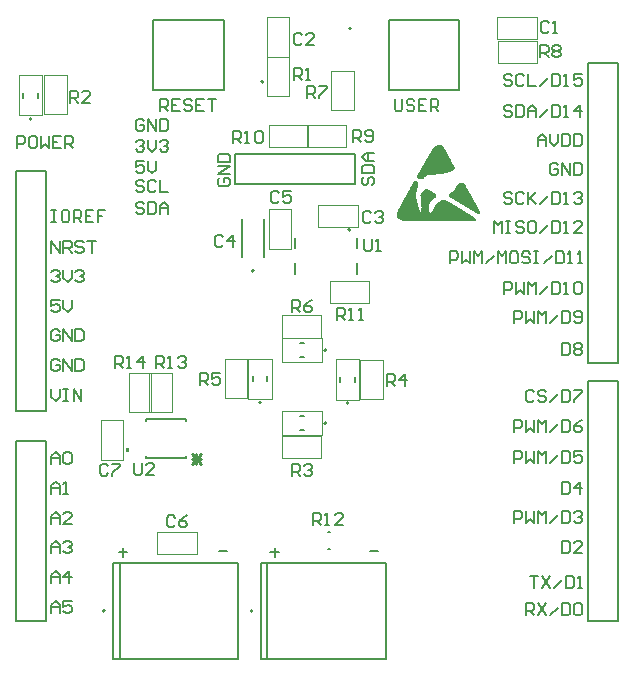
<source format=gto>
G04*
G04 #@! TF.GenerationSoftware,Altium Limited,Altium Designer,19.0.15 (446)*
G04*
G04 Layer_Color=65535*
%FSLAX23Y23*%
%MOIN*%
G70*
G01*
G75*
%ADD10C,0.008*%
%ADD11C,0.005*%
%ADD12C,0.002*%
%ADD13C,0.006*%
%ADD14C,0.010*%
G36*
X-1692Y-1229D02*
X-1682D01*
Y-1244D01*
X-1692D01*
Y-1229D01*
D02*
G37*
D10*
X-1232Y-8D02*
G03*
X-1232Y-8I-4J0D01*
G01*
X-939Y169D02*
G03*
X-939Y169I-4J0D01*
G01*
X-1264Y-638D02*
G03*
X-1264Y-638I-4J0D01*
G01*
X-942Y-502D02*
G03*
X-942Y-502I-4J0D01*
G01*
X-948Y-1080D02*
G03*
X-948Y-1080I-4J0D01*
G01*
X-1268Y-1772D02*
G03*
X-1268Y-1772I-4J0D01*
G01*
X-1760D02*
G03*
X-1760Y-1772I-4J0D01*
G01*
X-2005Y-132D02*
G03*
X-2005Y-132I-4J0D01*
G01*
X-1022Y-1147D02*
G03*
X-1022Y-1147I-4J0D01*
G01*
X-1240Y-1077D02*
G03*
X-1240Y-1077I-4J0D01*
G01*
X-1022Y-904D02*
G03*
X-1022Y-904I-4J0D01*
G01*
X-926Y-350D02*
Y-250D01*
X-1326Y-350D02*
Y-250D01*
Y-350D02*
X-926D01*
X-1326Y-250D02*
X-926D01*
X-928Y-1009D02*
Y-993D01*
X-976Y-1009D02*
Y-993D01*
X-150Y53D02*
X-50D01*
X-150Y-947D02*
X-50D01*
Y53D01*
X-150Y-947D02*
Y53D01*
X-2056Y-307D02*
X-1956D01*
X-2056Y-1107D02*
X-1956D01*
Y-307D01*
X-2056Y-1107D02*
Y-307D01*
X-150Y-1806D02*
Y-1006D01*
X-50Y-1806D02*
Y-1006D01*
X-150Y-1806D02*
X-50D01*
X-150Y-1006D02*
X-50D01*
X-1956Y-1806D02*
Y-1206D01*
X-2056Y-1806D02*
X-1956D01*
X-2056D02*
Y-1206D01*
X-1956D01*
X-2033Y-61D02*
Y-46D01*
X-1985Y-61D02*
Y-46D01*
X-1112Y-1170D02*
X-1096D01*
X-1112Y-1123D02*
X-1096D01*
X-1268Y-1006D02*
Y-990D01*
X-1220Y-1006D02*
Y-990D01*
X-1112Y-927D02*
X-1096D01*
X-1112Y-880D02*
X-1096D01*
D11*
X-647Y-221D02*
X-642D01*
X-650Y-222D02*
X-640D01*
X-652Y-223D02*
X-639D01*
X-654Y-224D02*
X-638D01*
X-656Y-225D02*
X-637D01*
X-658Y-226D02*
X-636D01*
X-660Y-227D02*
X-635D01*
X-661Y-228D02*
X-634D01*
X-662Y-229D02*
X-633D01*
X-664Y-230D02*
X-633D01*
X-664Y-231D02*
X-632D01*
X-665Y-232D02*
X-631D01*
X-666Y-233D02*
X-630D01*
X-666Y-234D02*
X-630D01*
X-667Y-235D02*
X-629D01*
X-668Y-236D02*
X-629D01*
X-668Y-237D02*
X-628D01*
X-669Y-238D02*
X-627D01*
X-669Y-239D02*
X-627D01*
X-670Y-240D02*
X-626D01*
X-670Y-241D02*
X-626D01*
X-671Y-242D02*
X-625D01*
X-672Y-243D02*
X-625D01*
X-672Y-244D02*
X-624D01*
X-673Y-245D02*
X-624D01*
X-673Y-246D02*
X-623D01*
X-674Y-247D02*
X-623D01*
X-675Y-248D02*
X-622D01*
X-675Y-249D02*
X-622D01*
X-676Y-250D02*
X-621D01*
X-676Y-251D02*
X-621D01*
X-677Y-252D02*
X-620D01*
X-677Y-253D02*
X-620D01*
X-678Y-254D02*
X-619D01*
X-679Y-255D02*
X-619D01*
X-679Y-256D02*
X-618D01*
X-680Y-257D02*
X-618D01*
X-680Y-258D02*
X-617D01*
X-681Y-259D02*
X-617D01*
X-681Y-260D02*
X-616D01*
X-682Y-261D02*
X-616D01*
X-683Y-262D02*
X-615D01*
X-683Y-263D02*
X-615D01*
X-684Y-264D02*
X-614D01*
X-684Y-265D02*
X-613D01*
X-685Y-266D02*
X-613D01*
X-686Y-267D02*
X-612D01*
X-686Y-268D02*
X-612D01*
X-687Y-269D02*
X-611D01*
X-687Y-270D02*
X-611D01*
X-688Y-271D02*
X-611D01*
X-688Y-272D02*
X-610D01*
X-689Y-273D02*
X-609D01*
X-690Y-274D02*
X-609D01*
X-690Y-275D02*
X-608D01*
X-691Y-276D02*
X-608D01*
X-691Y-277D02*
X-607D01*
X-692Y-278D02*
X-607D01*
X-693Y-279D02*
X-606D01*
X-693Y-281D02*
X-605D01*
X-694Y-282D02*
X-605D01*
X-695Y-283D02*
X-604D01*
X-695Y-284D02*
X-604D01*
X-696Y-285D02*
X-603D01*
X-697Y-286D02*
X-603D01*
X-697Y-287D02*
X-602D01*
X-698Y-288D02*
X-602D01*
X-698Y-289D02*
X-601D01*
X-699Y-290D02*
X-601D01*
X-699Y-291D02*
X-600D01*
X-700Y-292D02*
X-599D01*
X-701Y-293D02*
X-599D01*
X-701Y-294D02*
X-598D01*
X-702Y-295D02*
X-598D01*
X-702Y-296D02*
X-598D01*
X-703Y-297D02*
X-598D01*
X-704Y-298D02*
X-599D01*
X-704Y-299D02*
X-601D01*
X-705Y-300D02*
X-602D01*
X-705Y-301D02*
X-604D01*
X-706Y-302D02*
X-605D01*
X-706Y-303D02*
X-608D01*
X-707Y-304D02*
X-610D01*
X-708Y-305D02*
X-612D01*
X-708Y-306D02*
X-616D01*
X-708Y-307D02*
X-619D01*
X-709Y-308D02*
X-621D01*
X-710Y-309D02*
X-624D01*
X-711Y-310D02*
X-630D01*
X-711Y-311D02*
X-633D01*
X-712Y-312D02*
X-637D01*
X-712Y-313D02*
X-646D01*
X-713Y-314D02*
X-654D01*
X-713Y-315D02*
X-659D01*
X-714Y-316D02*
X-667D01*
X-715Y-317D02*
X-690D01*
X-715Y-318D02*
X-691D01*
X-716Y-319D02*
X-692D01*
X-716Y-320D02*
X-694D01*
X-717Y-321D02*
X-695D01*
X-718Y-322D02*
X-696D01*
X-718Y-323D02*
X-697D01*
X-718Y-324D02*
X-698D01*
X-718Y-325D02*
X-699D01*
X-718Y-326D02*
X-700D01*
X-716Y-327D02*
X-701D01*
X-713Y-328D02*
X-702D01*
X-711Y-329D02*
X-703D01*
X-708Y-330D02*
X-705D01*
X-728Y-343D02*
X-723D01*
X-729Y-344D02*
X-722D01*
X-730Y-345D02*
X-721D01*
X-731Y-346D02*
X-721D01*
X-732Y-347D02*
X-720D01*
X-576Y-348D02*
X-567D01*
X-732D02*
X-720D01*
X-579Y-349D02*
X-565D01*
X-732D02*
X-720D01*
X-580Y-350D02*
X-564D01*
X-733D02*
X-720D01*
X-581Y-351D02*
X-563D01*
X-733D02*
X-720D01*
X-582Y-352D02*
X-563D01*
X-734D02*
X-720D01*
X-582Y-353D02*
X-562D01*
X-735D02*
X-721D01*
X-583Y-354D02*
X-562D01*
X-735D02*
X-721D01*
X-584Y-355D02*
X-561D01*
X-736D02*
X-721D01*
X-585Y-356D02*
X-561D01*
X-736D02*
X-721D01*
X-586Y-357D02*
X-560D01*
X-737D02*
X-722D01*
X-586Y-358D02*
X-559D01*
X-737D02*
X-722D01*
X-587Y-359D02*
X-559D01*
X-738D02*
X-722D01*
X-587Y-360D02*
X-559D01*
X-739D02*
X-723D01*
X-588Y-361D02*
X-558D01*
X-739D02*
X-723D01*
X-589Y-362D02*
X-557D01*
X-740D02*
X-723D01*
X-589Y-363D02*
X-557D01*
X-740D02*
X-724D01*
X-590Y-364D02*
X-556D01*
X-740D02*
X-724D01*
X-590Y-365D02*
X-556D01*
X-741D02*
X-724D01*
X-591Y-366D02*
X-555D01*
X-742D02*
X-724D01*
X-592Y-367D02*
X-555D01*
X-742D02*
X-724D01*
X-592Y-368D02*
X-554D01*
X-693D02*
X-686D01*
X-743D02*
X-724D01*
X-593Y-369D02*
X-553D01*
X-694D02*
X-684D01*
X-743D02*
X-725D01*
X-594Y-370D02*
X-553D01*
X-695D02*
X-683D01*
X-744D02*
X-725D01*
X-594Y-371D02*
X-552D01*
X-696D02*
X-681D01*
X-744D02*
X-725D01*
X-596Y-372D02*
X-552D01*
X-697D02*
X-680D01*
X-745D02*
X-725D01*
X-596Y-373D02*
X-551D01*
X-697D02*
X-678D01*
X-746D02*
X-725D01*
X-597Y-374D02*
X-551D01*
X-698D02*
X-677D01*
X-746D02*
X-725D01*
X-598Y-375D02*
X-550D01*
X-699D02*
X-676D01*
X-747D02*
X-726D01*
X-600Y-376D02*
X-549D01*
X-700D02*
X-673D01*
X-747D02*
X-726D01*
X-601Y-377D02*
X-549D01*
X-701D02*
X-671D01*
X-748D02*
X-726D01*
X-602Y-378D02*
X-549D01*
X-702D02*
X-670D01*
X-749D02*
X-727D01*
X-604Y-379D02*
X-548D01*
X-703D02*
X-669D01*
X-749D02*
X-727D01*
X-606Y-380D02*
X-548D01*
X-704D02*
X-667D01*
X-750D02*
X-727D01*
X-607Y-381D02*
X-547D01*
X-704D02*
X-665D01*
X-750D02*
X-727D01*
X-608Y-382D02*
X-546D01*
X-705D02*
X-664D01*
X-750D02*
X-728D01*
X-610Y-383D02*
X-546D01*
X-705D02*
X-662D01*
X-751D02*
X-728D01*
X-611Y-384D02*
X-545D01*
X-705D02*
X-660D01*
X-752D02*
X-728D01*
X-612Y-385D02*
X-545D01*
X-706D02*
X-659D01*
X-753D02*
X-728D01*
X-612Y-386D02*
X-544D01*
X-706D02*
X-659D01*
X-753D02*
X-728D01*
X-611Y-387D02*
X-544D01*
X-705D02*
X-659D01*
X-753D02*
X-728D01*
X-610Y-388D02*
X-543D01*
X-705D02*
X-659D01*
X-754D02*
X-728D01*
X-609Y-389D02*
X-542D01*
X-704D02*
X-659D01*
X-754D02*
X-727D01*
X-608Y-390D02*
X-542D01*
X-704D02*
X-660D01*
X-755D02*
X-727D01*
X-606Y-391D02*
X-541D01*
X-704D02*
X-661D01*
X-756D02*
X-727D01*
X-604Y-392D02*
X-541D01*
X-704D02*
X-663D01*
X-756D02*
X-727D01*
X-602Y-393D02*
X-541D01*
X-704D02*
X-664D01*
X-757D02*
X-727D01*
X-601Y-394D02*
X-540D01*
X-704D02*
X-665D01*
X-757D02*
X-726D01*
X-600Y-395D02*
X-539D01*
X-704D02*
X-666D01*
X-758D02*
X-726D01*
X-598Y-396D02*
X-538D01*
X-704D02*
X-667D01*
X-758D02*
X-726D01*
X-597Y-397D02*
X-538D01*
X-704D02*
X-668D01*
X-759D02*
X-726D01*
X-595Y-398D02*
X-538D01*
X-704D02*
X-669D01*
X-760D02*
X-725D01*
X-593Y-399D02*
X-537D01*
X-705D02*
X-671D01*
X-760D02*
X-725D01*
X-591Y-400D02*
X-537D01*
X-705D02*
X-672D01*
X-761D02*
X-725D01*
X-590Y-401D02*
X-536D01*
X-705D02*
X-673D01*
X-761D02*
X-724D01*
X-588Y-402D02*
X-535D01*
X-705D02*
X-674D01*
X-761D02*
X-724D01*
X-586Y-403D02*
X-535D01*
X-705D02*
X-674D01*
X-762D02*
X-724D01*
X-585Y-404D02*
X-534D01*
X-705D02*
X-675D01*
X-763D02*
X-724D01*
X-583Y-405D02*
X-534D01*
X-637D02*
X-626D01*
X-705D02*
X-676D01*
X-763D02*
X-724D01*
X-581Y-406D02*
X-533D01*
X-639D02*
X-624D01*
X-705D02*
X-677D01*
X-764D02*
X-724D01*
X-579Y-407D02*
X-533D01*
X-640D02*
X-623D01*
X-705D02*
X-678D01*
X-764D02*
X-723D01*
X-578Y-408D02*
X-532D01*
X-643D02*
X-620D01*
X-705D02*
X-679D01*
X-765D02*
X-723D01*
X-576Y-409D02*
X-531D01*
X-644D02*
X-618D01*
X-705D02*
X-680D01*
X-765D02*
X-723D01*
X-575Y-410D02*
X-531D01*
X-645D02*
X-617D01*
X-704D02*
X-680D01*
X-766D02*
X-723D01*
X-573Y-411D02*
X-530D01*
X-647D02*
X-615D01*
X-704D02*
X-681D01*
X-767D02*
X-722D01*
X-572Y-412D02*
X-530D01*
X-648D02*
X-612D01*
X-704D02*
X-681D01*
X-767D02*
X-722D01*
X-569Y-413D02*
X-529D01*
X-649D02*
X-611D01*
X-704D02*
X-682D01*
X-768D02*
X-721D01*
X-567Y-414D02*
X-528D01*
X-650D02*
X-609D01*
X-704D02*
X-683D01*
X-768D02*
X-721D01*
X-566Y-415D02*
X-528D01*
X-651D02*
X-608D01*
X-704D02*
X-683D01*
X-769D02*
X-721D01*
X-565Y-416D02*
X-527D01*
X-652D02*
X-606D01*
X-704D02*
X-684D01*
X-769D02*
X-721D01*
X-563Y-417D02*
X-527D01*
X-653D02*
X-605D01*
X-704D02*
X-684D01*
X-770D02*
X-720D01*
X-561Y-418D02*
X-527D01*
X-654D02*
X-603D01*
X-703D02*
X-684D01*
X-771D02*
X-720D01*
X-560Y-419D02*
X-526D01*
X-655D02*
X-601D01*
X-703D02*
X-685D01*
X-771D02*
X-720D01*
X-558Y-420D02*
X-525D01*
X-656D02*
X-599D01*
X-703D02*
X-685D01*
X-771D02*
X-720D01*
X-556Y-421D02*
X-525D01*
X-657D02*
X-598D01*
X-703D02*
X-685D01*
X-772D02*
X-720D01*
X-555Y-422D02*
X-524D01*
X-657D02*
X-597D01*
X-703D02*
X-685D01*
X-772D02*
X-719D01*
X-553Y-423D02*
X-524D01*
X-658D02*
X-594D01*
X-702D02*
X-685D01*
X-773D02*
X-719D01*
X-551Y-424D02*
X-523D01*
X-658D02*
X-593D01*
X-702D02*
X-685D01*
X-774D02*
X-719D01*
X-550Y-425D02*
X-523D01*
X-659D02*
X-592D01*
X-702D02*
X-685D01*
X-775D02*
X-718D01*
X-548Y-426D02*
X-522D01*
X-659D02*
X-590D01*
X-702D02*
X-685D01*
X-775D02*
X-718D01*
X-547Y-427D02*
X-521D01*
X-660D02*
X-588D01*
X-702D02*
X-685D01*
X-775D02*
X-718D01*
X-544Y-428D02*
X-521D01*
X-661D02*
X-587D01*
X-702D02*
X-685D01*
X-776D02*
X-717D01*
X-543Y-429D02*
X-520D01*
X-661D02*
X-585D01*
X-702D02*
X-685D01*
X-776D02*
X-717D01*
X-541Y-430D02*
X-520D01*
X-662D02*
X-583D01*
X-703D02*
X-685D01*
X-777D02*
X-717D01*
X-540Y-431D02*
X-519D01*
X-662D02*
X-582D01*
X-703D02*
X-684D01*
X-778D02*
X-717D01*
X-538Y-432D02*
X-519D01*
X-663D02*
X-581D01*
X-703D02*
X-684D01*
X-778D02*
X-716D01*
X-537Y-433D02*
X-518D01*
X-663D02*
X-579D01*
X-703D02*
X-684D01*
X-779D02*
X-716D01*
X-535Y-434D02*
X-517D01*
X-664D02*
X-577D01*
X-703D02*
X-684D01*
X-779D02*
X-716D01*
X-533Y-435D02*
X-517D01*
X-664D02*
X-576D01*
X-703D02*
X-684D01*
X-780D02*
X-715D01*
X-531Y-436D02*
X-516D01*
X-664D02*
X-573D01*
X-703D02*
X-684D01*
X-780D02*
X-715D01*
X-530Y-437D02*
X-516D01*
X-665D02*
X-572D01*
X-703D02*
X-684D01*
X-781D02*
X-714D01*
X-528Y-438D02*
X-516D01*
X-665D02*
X-571D01*
X-703D02*
X-683D01*
X-782D02*
X-714D01*
X-526Y-439D02*
X-515D01*
X-666D02*
X-569D01*
X-703D02*
X-683D01*
X-782D02*
X-714D01*
X-525Y-440D02*
X-514D01*
X-666D02*
X-567D01*
X-703D02*
X-683D01*
X-782D02*
X-714D01*
X-523Y-441D02*
X-513D01*
X-667D02*
X-565D01*
X-704D02*
X-682D01*
X-783D02*
X-713D01*
X-521Y-442D02*
X-513D01*
X-668D02*
X-564D01*
X-704D02*
X-682D01*
X-783D02*
X-713D01*
X-520Y-443D02*
X-513D01*
X-668D02*
X-562D01*
X-704D02*
X-682D01*
X-784D02*
X-713D01*
X-519Y-444D02*
X-513D01*
X-669D02*
X-561D01*
X-704D02*
X-681D01*
X-784D02*
X-713D01*
X-516Y-445D02*
X-515D01*
X-669D02*
X-559D01*
X-705D02*
X-681D01*
X-784D02*
X-712D01*
X-670Y-446D02*
X-558D01*
X-705D02*
X-680D01*
X-784D02*
X-711D01*
X-671Y-447D02*
X-556D01*
X-784D02*
X-679D01*
X-672Y-448D02*
X-554D01*
X-784D02*
X-676D01*
X-784Y-449D02*
X-553D01*
X-784Y-450D02*
X-551D01*
X-784Y-451D02*
X-549D01*
X-784Y-452D02*
X-548D01*
X-784Y-453D02*
X-547D01*
X-784Y-454D02*
X-544D01*
X-784Y-455D02*
X-543D01*
X-784Y-456D02*
X-541D01*
X-783Y-457D02*
X-540D01*
X-783Y-458D02*
X-538D01*
X-782Y-459D02*
X-536D01*
X-782Y-460D02*
X-535D01*
X-781Y-461D02*
X-534D01*
X-780Y-462D02*
X-531D01*
X-777Y-463D02*
X-530D01*
X-776Y-464D02*
X-529D01*
X-774Y-465D02*
X-528D01*
X-771Y-466D02*
X-527D01*
X-768Y-467D02*
X-527D01*
X-766Y-468D02*
X-527D01*
X-693Y-280D02*
X-606D01*
X-1364Y-37D02*
Y199D01*
X-1600D02*
X-1364D01*
X-1600Y-37D02*
Y199D01*
Y-37D02*
X-1364D01*
X-815D02*
Y199D01*
Y-37D02*
X-579D01*
Y199D01*
X-815D02*
X-579D01*
X-1305Y-591D02*
Y-465D01*
X-1231Y-591D02*
Y-465D01*
X-1128Y-648D02*
Y-614D01*
Y-564D02*
Y-530D01*
X-921Y-648D02*
Y-614D01*
Y-564D02*
Y-530D01*
X-1242Y-1933D02*
X-1219D01*
X-1242Y-1611D02*
X-1219D01*
X-1242Y-1933D02*
Y-1611D01*
X-1219Y-1933D02*
Y-1611D01*
Y-1933D02*
X-825D01*
Y-1611D01*
X-1219D02*
X-825D01*
X-1734Y-1933D02*
X-1711D01*
X-1734Y-1611D02*
X-1711D01*
X-1734Y-1933D02*
Y-1611D01*
X-1711Y-1933D02*
Y-1611D01*
Y-1933D02*
X-1317D01*
Y-1611D01*
X-1711D02*
X-1317D01*
X-1017Y-1508D02*
X-1009D01*
X-1017Y-1565D02*
X-1009D01*
D12*
X-1007Y-103D02*
X-932D01*
X-1007D02*
Y27D01*
X-932D01*
Y-103D02*
Y27D01*
X-1222Y-56D02*
X-1147D01*
X-1222D02*
Y74D01*
X-1147D01*
Y-56D02*
Y74D01*
X-1222Y74D02*
Y207D01*
X-1147Y74D02*
Y207D01*
X-1222D02*
X-1147D01*
X-1222Y74D02*
X-1147D01*
X-1963Y-116D02*
X-1888D01*
X-1963D02*
Y14D01*
X-1888D01*
Y-116D02*
Y14D01*
X-321Y53D02*
Y128D01*
X-451Y53D02*
X-321D01*
X-451D02*
Y128D01*
X-321D01*
X-455Y209D02*
X-321D01*
X-455Y134D02*
X-321D01*
Y209D01*
X-455Y134D02*
Y209D01*
X-1215Y-227D02*
Y-153D01*
X-1085D01*
Y-227D02*
Y-153D01*
X-1215Y-227D02*
X-1085D01*
X-1087D02*
Y-153D01*
X-957D01*
Y-227D02*
Y-153D01*
X-1087Y-227D02*
X-957D01*
X-1050Y-419D02*
X-916D01*
X-1050Y-494D02*
X-916D01*
Y-419D01*
X-1050Y-494D02*
Y-419D01*
X-1140Y-565D02*
Y-431D01*
X-1215Y-565D02*
Y-431D01*
Y-565D02*
X-1140D01*
X-1215Y-431D02*
X-1140D01*
X-1012Y-746D02*
Y-671D01*
X-882D01*
Y-746D02*
Y-671D01*
X-1012Y-746D02*
X-882D01*
X-1361Y-1061D02*
X-1286D01*
X-1361D02*
Y-931D01*
X-1286D01*
Y-1061D02*
Y-931D01*
X-1041Y-861D02*
Y-786D01*
X-1171Y-861D02*
X-1041D01*
X-1171D02*
Y-786D01*
X-1041D01*
X-909Y-1065D02*
X-835D01*
X-909D02*
Y-935D01*
X-835D01*
Y-1065D02*
Y-935D01*
X-913Y-1068D02*
Y-934D01*
X-991Y-1068D02*
Y-934D01*
X-913D01*
X-991Y-1068D02*
X-913D01*
X-1040Y-1264D02*
Y-1189D01*
X-1170Y-1264D02*
X-1040D01*
X-1170D02*
Y-1189D01*
X-1040D01*
X-1681Y-979D02*
X-1606D01*
Y-1109D02*
Y-979D01*
X-1681Y-1109D02*
X-1606D01*
X-1681D02*
Y-979D01*
X-1613D02*
X-1538D01*
Y-1109D02*
Y-979D01*
X-1613Y-1109D02*
X-1538D01*
X-1613D02*
Y-979D01*
X-1699Y-1269D02*
Y-1135D01*
X-1774Y-1269D02*
Y-1135D01*
Y-1269D02*
X-1699D01*
X-1774Y-1135D02*
X-1699D01*
X-1587Y-1583D02*
X-1453D01*
X-1587Y-1508D02*
X-1453D01*
X-1587Y-1583D02*
Y-1508D01*
X-1453Y-1583D02*
Y-1508D01*
X-2048Y-120D02*
X-1970D01*
X-2048Y14D02*
X-1970D01*
X-2048Y-120D02*
Y14D01*
X-1970Y-120D02*
Y14D01*
X-1037Y-1186D02*
Y-1107D01*
X-1171Y-1186D02*
Y-1107D01*
Y-1186D02*
X-1037D01*
X-1171Y-1107D02*
X-1037D01*
X-1283Y-1065D02*
X-1205D01*
X-1283Y-931D02*
X-1205D01*
X-1283Y-1065D02*
Y-931D01*
X-1205Y-1065D02*
Y-931D01*
X-1037Y-943D02*
Y-864D01*
X-1171Y-943D02*
Y-864D01*
Y-943D02*
X-1037D01*
X-1171Y-864D02*
X-1037D01*
D13*
X-1492Y-1263D02*
Y-1255D01*
X-1624Y-1263D02*
X-1492D01*
X-1624Y-1139D02*
Y-1131D01*
X-1492D01*
Y-1139D02*
Y-1131D01*
X-1624Y-1263D02*
Y-1255D01*
X-357Y-1787D02*
Y-1747D01*
X-337D01*
X-331Y-1754D01*
Y-1767D01*
X-337Y-1774D01*
X-357D01*
X-344D02*
X-331Y-1787D01*
X-317Y-1747D02*
X-291Y-1787D01*
Y-1747D02*
X-317Y-1787D01*
X-277D02*
X-251Y-1761D01*
X-237Y-1747D02*
Y-1787D01*
X-217D01*
X-211Y-1781D01*
Y-1754D01*
X-217Y-1747D01*
X-237D01*
X-197Y-1754D02*
X-191Y-1747D01*
X-177D01*
X-171Y-1754D01*
Y-1781D01*
X-177Y-1787D01*
X-191D01*
X-197Y-1781D01*
Y-1754D01*
X-1629Y-344D02*
X-1636Y-337D01*
X-1649D01*
X-1656Y-344D01*
Y-350D01*
X-1649Y-357D01*
X-1636D01*
X-1629Y-364D01*
Y-370D01*
X-1636Y-377D01*
X-1649D01*
X-1656Y-370D01*
X-1589Y-344D02*
X-1596Y-337D01*
X-1609D01*
X-1616Y-344D01*
Y-370D01*
X-1609Y-377D01*
X-1596D01*
X-1589Y-370D01*
X-1576Y-337D02*
Y-377D01*
X-1550D01*
X-1629Y-416D02*
X-1636Y-410D01*
X-1649D01*
X-1656Y-416D01*
Y-423D01*
X-1649Y-430D01*
X-1636D01*
X-1629Y-436D01*
Y-443D01*
X-1636Y-450D01*
X-1649D01*
X-1656Y-443D01*
X-1616Y-410D02*
Y-450D01*
X-1596D01*
X-1589Y-443D01*
Y-416D01*
X-1596Y-410D01*
X-1616D01*
X-1576Y-450D02*
Y-423D01*
X-1563Y-410D01*
X-1550Y-423D01*
Y-450D01*
Y-430D01*
X-1576D01*
X-1629Y-274D02*
X-1656D01*
Y-294D01*
X-1643Y-287D01*
X-1636D01*
X-1629Y-294D01*
Y-307D01*
X-1636Y-314D01*
X-1649D01*
X-1656Y-307D01*
X-1616Y-274D02*
Y-301D01*
X-1603Y-314D01*
X-1589Y-301D01*
Y-274D01*
X-1656Y-208D02*
X-1649Y-201D01*
X-1636D01*
X-1629Y-208D01*
Y-214D01*
X-1636Y-221D01*
X-1643D01*
X-1636D01*
X-1629Y-228D01*
Y-234D01*
X-1636Y-241D01*
X-1649D01*
X-1656Y-234D01*
X-1616Y-201D02*
Y-228D01*
X-1603Y-241D01*
X-1589Y-228D01*
Y-201D01*
X-1576Y-208D02*
X-1569Y-201D01*
X-1556D01*
X-1550Y-208D01*
Y-214D01*
X-1556Y-221D01*
X-1563D01*
X-1556D01*
X-1550Y-228D01*
Y-234D01*
X-1556Y-241D01*
X-1569D01*
X-1576Y-234D01*
X-1629Y-139D02*
X-1636Y-132D01*
X-1649D01*
X-1656Y-139D01*
Y-166D01*
X-1649Y-172D01*
X-1636D01*
X-1629Y-166D01*
Y-152D01*
X-1643D01*
X-1616Y-172D02*
Y-132D01*
X-1589Y-172D01*
Y-132D01*
X-1576D02*
Y-172D01*
X-1556D01*
X-1550Y-166D01*
Y-139D01*
X-1556Y-132D01*
X-1576D01*
X-1382Y-1573D02*
X-1355D01*
X-1715Y-1577D02*
X-1688D01*
X-1701Y-1564D02*
Y-1591D01*
X-877Y-1573D02*
X-850D01*
X-1209Y-1577D02*
X-1182D01*
X-1195Y-1564D02*
Y-1591D01*
X-1379Y-329D02*
X-1385Y-335D01*
Y-349D01*
X-1379Y-355D01*
X-1352D01*
X-1345Y-349D01*
Y-335D01*
X-1352Y-329D01*
X-1365D01*
Y-342D01*
X-1345Y-315D02*
X-1385D01*
X-1345Y-289D01*
X-1385D01*
Y-275D02*
X-1345D01*
Y-255D01*
X-1352Y-249D01*
X-1379D01*
X-1385Y-255D01*
Y-275D01*
X-897Y-327D02*
X-903Y-333D01*
Y-347D01*
X-897Y-353D01*
X-890D01*
X-883Y-347D01*
Y-333D01*
X-877Y-327D01*
X-870D01*
X-863Y-333D01*
Y-347D01*
X-870Y-353D01*
X-903Y-313D02*
X-863D01*
Y-293D01*
X-870Y-287D01*
X-897D01*
X-903Y-293D01*
Y-313D01*
X-863Y-273D02*
X-890D01*
X-903Y-260D01*
X-890Y-247D01*
X-863D01*
X-883D01*
Y-273D01*
X-795Y-67D02*
Y-100D01*
X-789Y-106D01*
X-775D01*
X-769Y-100D01*
Y-67D01*
X-729Y-73D02*
X-735Y-67D01*
X-749D01*
X-755Y-73D01*
Y-80D01*
X-749Y-87D01*
X-735D01*
X-729Y-93D01*
Y-100D01*
X-735Y-106D01*
X-749D01*
X-755Y-100D01*
X-689Y-67D02*
X-715D01*
Y-106D01*
X-689D01*
X-715Y-87D02*
X-702D01*
X-675Y-106D02*
Y-67D01*
X-655D01*
X-649Y-73D01*
Y-87D01*
X-655Y-93D01*
X-675D01*
X-662D02*
X-649Y-106D01*
X-1577D02*
Y-67D01*
X-1557D01*
X-1550Y-73D01*
Y-87D01*
X-1557Y-93D01*
X-1577D01*
X-1563D02*
X-1550Y-106D01*
X-1510Y-67D02*
X-1537D01*
Y-106D01*
X-1510D01*
X-1537Y-87D02*
X-1523D01*
X-1470Y-73D02*
X-1477Y-67D01*
X-1490D01*
X-1497Y-73D01*
Y-80D01*
X-1490Y-87D01*
X-1477D01*
X-1470Y-93D01*
Y-100D01*
X-1477Y-106D01*
X-1490D01*
X-1497Y-100D01*
X-1430Y-67D02*
X-1457D01*
Y-106D01*
X-1430D01*
X-1457Y-87D02*
X-1443D01*
X-1417Y-67D02*
X-1390D01*
X-1403D01*
Y-106D01*
X-2054Y-230D02*
Y-190D01*
X-2034D01*
X-2027Y-197D01*
Y-210D01*
X-2034Y-217D01*
X-2054D01*
X-1994Y-190D02*
X-2007D01*
X-2014Y-197D01*
Y-224D01*
X-2007Y-230D01*
X-1994D01*
X-1987Y-224D01*
Y-197D01*
X-1994Y-190D01*
X-1974D02*
Y-230D01*
X-1961Y-217D01*
X-1948Y-230D01*
Y-190D01*
X-1908D02*
X-1934D01*
Y-230D01*
X-1908D01*
X-1934Y-210D02*
X-1921D01*
X-1894Y-230D02*
Y-190D01*
X-1874D01*
X-1868Y-197D01*
Y-210D01*
X-1874Y-217D01*
X-1894D01*
X-1881D02*
X-1868Y-230D01*
X-404Y12D02*
X-411Y18D01*
X-424D01*
X-430Y12D01*
Y5D01*
X-424Y-2D01*
X-411D01*
X-404Y-8D01*
Y-15D01*
X-411Y-22D01*
X-424D01*
X-430Y-15D01*
X-364Y12D02*
X-371Y18D01*
X-384D01*
X-391Y12D01*
Y-15D01*
X-384Y-22D01*
X-371D01*
X-364Y-15D01*
X-351Y18D02*
Y-22D01*
X-324D01*
X-311D02*
X-284Y5D01*
X-271Y18D02*
Y-22D01*
X-251D01*
X-244Y-15D01*
Y12D01*
X-251Y18D01*
X-271D01*
X-231Y-22D02*
X-217D01*
X-224D01*
Y18D01*
X-231Y12D01*
X-171Y18D02*
X-197D01*
Y-2D01*
X-184Y5D01*
X-177D01*
X-171Y-2D01*
Y-15D01*
X-177Y-22D01*
X-191D01*
X-197Y-15D01*
X-404Y-93D02*
X-411Y-86D01*
X-424D01*
X-430Y-93D01*
Y-99D01*
X-424Y-106D01*
X-411D01*
X-404Y-113D01*
Y-119D01*
X-411Y-126D01*
X-424D01*
X-430Y-119D01*
X-391Y-86D02*
Y-126D01*
X-371D01*
X-364Y-119D01*
Y-93D01*
X-371Y-86D01*
X-391D01*
X-351Y-126D02*
Y-99D01*
X-337Y-86D01*
X-324Y-99D01*
Y-126D01*
Y-106D01*
X-351D01*
X-311Y-126D02*
X-284Y-99D01*
X-271Y-86D02*
Y-126D01*
X-251D01*
X-244Y-119D01*
Y-93D01*
X-251Y-86D01*
X-271D01*
X-231Y-126D02*
X-217D01*
X-224D01*
Y-86D01*
X-231Y-93D01*
X-177Y-126D02*
Y-86D01*
X-197Y-106D01*
X-171D01*
X-317Y-223D02*
Y-197D01*
X-304Y-183D01*
X-291Y-197D01*
Y-223D01*
Y-203D01*
X-317D01*
X-277Y-183D02*
Y-210D01*
X-264Y-223D01*
X-251Y-210D01*
Y-183D01*
X-237D02*
Y-223D01*
X-217D01*
X-211Y-217D01*
Y-190D01*
X-217Y-183D01*
X-237D01*
X-197D02*
Y-223D01*
X-177D01*
X-171Y-217D01*
Y-190D01*
X-177Y-183D01*
X-197D01*
X-251Y-286D02*
X-257Y-279D01*
X-271D01*
X-277Y-286D01*
Y-312D01*
X-271Y-319D01*
X-257D01*
X-251Y-312D01*
Y-299D01*
X-264D01*
X-237Y-319D02*
Y-279D01*
X-211Y-319D01*
Y-279D01*
X-197D02*
Y-319D01*
X-177D01*
X-171Y-312D01*
Y-286D01*
X-177Y-279D01*
X-197D01*
X-404Y-382D02*
X-411Y-375D01*
X-424D01*
X-430Y-382D01*
Y-389D01*
X-424Y-395D01*
X-411D01*
X-404Y-402D01*
Y-409D01*
X-411Y-415D01*
X-424D01*
X-430Y-409D01*
X-364Y-382D02*
X-371Y-375D01*
X-384D01*
X-391Y-382D01*
Y-409D01*
X-384Y-415D01*
X-371D01*
X-364Y-409D01*
X-351Y-375D02*
Y-415D01*
Y-402D01*
X-324Y-375D01*
X-344Y-395D01*
X-324Y-415D01*
X-311D02*
X-284Y-389D01*
X-271Y-375D02*
Y-415D01*
X-251D01*
X-244Y-409D01*
Y-382D01*
X-251Y-375D01*
X-271D01*
X-231Y-415D02*
X-217D01*
X-224D01*
Y-375D01*
X-231Y-382D01*
X-197D02*
X-191Y-375D01*
X-177D01*
X-171Y-382D01*
Y-389D01*
X-177Y-395D01*
X-184D01*
X-177D01*
X-171Y-402D01*
Y-409D01*
X-177Y-415D01*
X-191D01*
X-197Y-409D01*
X-464Y-512D02*
Y-472D01*
X-450Y-485D01*
X-437Y-472D01*
Y-512D01*
X-424Y-472D02*
X-411D01*
X-417D01*
Y-512D01*
X-424D01*
X-411D01*
X-364Y-478D02*
X-371Y-472D01*
X-384D01*
X-391Y-478D01*
Y-485D01*
X-384Y-492D01*
X-371D01*
X-364Y-498D01*
Y-505D01*
X-371Y-512D01*
X-384D01*
X-391Y-505D01*
X-331Y-472D02*
X-344D01*
X-351Y-478D01*
Y-505D01*
X-344Y-512D01*
X-331D01*
X-324Y-505D01*
Y-478D01*
X-331Y-472D01*
X-311Y-512D02*
X-284Y-485D01*
X-271Y-472D02*
Y-512D01*
X-251D01*
X-244Y-505D01*
Y-478D01*
X-251Y-472D01*
X-271D01*
X-231Y-512D02*
X-217D01*
X-224D01*
Y-472D01*
X-231Y-478D01*
X-171Y-512D02*
X-197D01*
X-171Y-485D01*
Y-478D01*
X-177Y-472D01*
X-191D01*
X-197Y-478D01*
X-610Y-614D02*
Y-574D01*
X-590D01*
X-584Y-581D01*
Y-594D01*
X-590Y-601D01*
X-610D01*
X-570Y-574D02*
Y-614D01*
X-557Y-601D01*
X-544Y-614D01*
Y-574D01*
X-530Y-614D02*
Y-574D01*
X-517Y-588D01*
X-504Y-574D01*
Y-614D01*
X-490D02*
X-464Y-588D01*
X-450Y-614D02*
Y-574D01*
X-437Y-588D01*
X-424Y-574D01*
Y-614D01*
X-391Y-574D02*
X-404D01*
X-411Y-581D01*
Y-608D01*
X-404Y-614D01*
X-391D01*
X-384Y-608D01*
Y-581D01*
X-391Y-574D01*
X-344Y-581D02*
X-351Y-574D01*
X-364D01*
X-371Y-581D01*
Y-588D01*
X-364Y-594D01*
X-351D01*
X-344Y-601D01*
Y-608D01*
X-351Y-614D01*
X-364D01*
X-371Y-608D01*
X-331Y-574D02*
X-317D01*
X-324D01*
Y-614D01*
X-331D01*
X-317D01*
X-297D02*
X-271Y-588D01*
X-257Y-574D02*
Y-614D01*
X-237D01*
X-231Y-608D01*
Y-581D01*
X-237Y-574D01*
X-257D01*
X-217Y-614D02*
X-204D01*
X-211D01*
Y-574D01*
X-217Y-581D01*
X-184Y-614D02*
X-171D01*
X-177D01*
Y-574D01*
X-184Y-581D01*
X-430Y-715D02*
Y-675D01*
X-411D01*
X-404Y-681D01*
Y-695D01*
X-411Y-701D01*
X-430D01*
X-391Y-675D02*
Y-715D01*
X-377Y-701D01*
X-364Y-715D01*
Y-675D01*
X-351Y-715D02*
Y-675D01*
X-337Y-688D01*
X-324Y-675D01*
Y-715D01*
X-311D02*
X-284Y-688D01*
X-271Y-675D02*
Y-715D01*
X-251D01*
X-244Y-708D01*
Y-681D01*
X-251Y-675D01*
X-271D01*
X-231Y-715D02*
X-217D01*
X-224D01*
Y-675D01*
X-231Y-681D01*
X-197D02*
X-191Y-675D01*
X-177D01*
X-171Y-681D01*
Y-708D01*
X-177Y-715D01*
X-191D01*
X-197Y-708D01*
Y-681D01*
X-397Y-812D02*
Y-772D01*
X-377D01*
X-371Y-779D01*
Y-792D01*
X-377Y-799D01*
X-397D01*
X-357Y-772D02*
Y-812D01*
X-344Y-799D01*
X-331Y-812D01*
Y-772D01*
X-317Y-812D02*
Y-772D01*
X-304Y-785D01*
X-291Y-772D01*
Y-812D01*
X-277D02*
X-251Y-785D01*
X-237Y-772D02*
Y-812D01*
X-217D01*
X-211Y-805D01*
Y-779D01*
X-217Y-772D01*
X-237D01*
X-197Y-805D02*
X-191Y-812D01*
X-177D01*
X-171Y-805D01*
Y-779D01*
X-177Y-772D01*
X-191D01*
X-197Y-779D01*
Y-785D01*
X-191Y-792D01*
X-171D01*
X-237Y-878D02*
Y-918D01*
X-217D01*
X-211Y-912D01*
Y-885D01*
X-217Y-878D01*
X-237D01*
X-197Y-885D02*
X-191Y-878D01*
X-177D01*
X-171Y-885D01*
Y-892D01*
X-177Y-898D01*
X-171Y-905D01*
Y-912D01*
X-177Y-918D01*
X-191D01*
X-197Y-912D01*
Y-905D01*
X-191Y-898D01*
X-197Y-892D01*
Y-885D01*
X-191Y-898D02*
X-177D01*
X-331Y-1043D02*
X-337Y-1037D01*
X-351D01*
X-357Y-1043D01*
Y-1070D01*
X-351Y-1077D01*
X-337D01*
X-331Y-1070D01*
X-291Y-1043D02*
X-297Y-1037D01*
X-311D01*
X-317Y-1043D01*
Y-1050D01*
X-311Y-1057D01*
X-297D01*
X-291Y-1063D01*
Y-1070D01*
X-297Y-1077D01*
X-311D01*
X-317Y-1070D01*
X-277Y-1077D02*
X-251Y-1050D01*
X-237Y-1037D02*
Y-1077D01*
X-217D01*
X-211Y-1070D01*
Y-1043D01*
X-217Y-1037D01*
X-237D01*
X-197D02*
X-171D01*
Y-1043D01*
X-197Y-1070D01*
Y-1077D01*
X-397Y-1176D02*
Y-1136D01*
X-377D01*
X-371Y-1143D01*
Y-1156D01*
X-377Y-1163D01*
X-397D01*
X-357Y-1136D02*
Y-1176D01*
X-344Y-1163D01*
X-331Y-1176D01*
Y-1136D01*
X-317Y-1176D02*
Y-1136D01*
X-304Y-1150D01*
X-291Y-1136D01*
Y-1176D01*
X-277D02*
X-251Y-1150D01*
X-237Y-1136D02*
Y-1176D01*
X-217D01*
X-211Y-1170D01*
Y-1143D01*
X-217Y-1136D01*
X-237D01*
X-171D02*
X-184Y-1143D01*
X-197Y-1156D01*
Y-1170D01*
X-191Y-1176D01*
X-177D01*
X-171Y-1170D01*
Y-1163D01*
X-177Y-1156D01*
X-197D01*
X-397Y-1280D02*
Y-1240D01*
X-377D01*
X-371Y-1246D01*
Y-1260D01*
X-377Y-1266D01*
X-397D01*
X-357Y-1240D02*
Y-1280D01*
X-344Y-1266D01*
X-331Y-1280D01*
Y-1240D01*
X-317Y-1280D02*
Y-1240D01*
X-304Y-1253D01*
X-291Y-1240D01*
Y-1280D01*
X-277D02*
X-251Y-1253D01*
X-237Y-1240D02*
Y-1280D01*
X-217D01*
X-211Y-1273D01*
Y-1246D01*
X-217Y-1240D01*
X-237D01*
X-171D02*
X-197D01*
Y-1260D01*
X-184Y-1253D01*
X-177D01*
X-171Y-1260D01*
Y-1273D01*
X-177Y-1280D01*
X-191D01*
X-197Y-1273D01*
X-237Y-1342D02*
Y-1382D01*
X-217D01*
X-211Y-1375D01*
Y-1349D01*
X-217Y-1342D01*
X-237D01*
X-177Y-1382D02*
Y-1342D01*
X-197Y-1362D01*
X-171D01*
X-397Y-1479D02*
Y-1439D01*
X-377D01*
X-371Y-1446D01*
Y-1459D01*
X-377Y-1466D01*
X-397D01*
X-357Y-1439D02*
Y-1479D01*
X-344Y-1466D01*
X-331Y-1479D01*
Y-1439D01*
X-317Y-1479D02*
Y-1439D01*
X-304Y-1453D01*
X-291Y-1439D01*
Y-1479D01*
X-277D02*
X-251Y-1453D01*
X-237Y-1439D02*
Y-1479D01*
X-217D01*
X-211Y-1473D01*
Y-1446D01*
X-217Y-1439D01*
X-237D01*
X-197Y-1446D02*
X-191Y-1439D01*
X-177D01*
X-171Y-1446D01*
Y-1453D01*
X-177Y-1459D01*
X-184D01*
X-177D01*
X-171Y-1466D01*
Y-1473D01*
X-177Y-1479D01*
X-191D01*
X-197Y-1473D01*
X-237Y-1539D02*
Y-1579D01*
X-217D01*
X-211Y-1572D01*
Y-1545D01*
X-217Y-1539D01*
X-237D01*
X-171Y-1579D02*
X-197D01*
X-171Y-1552D01*
Y-1545D01*
X-177Y-1539D01*
X-191D01*
X-197Y-1545D01*
X-344Y-1655D02*
X-317D01*
X-331D01*
Y-1695D01*
X-304Y-1655D02*
X-277Y-1695D01*
Y-1655D02*
X-304Y-1695D01*
X-264D02*
X-237Y-1668D01*
X-224Y-1655D02*
Y-1695D01*
X-204D01*
X-197Y-1688D01*
Y-1662D01*
X-204Y-1655D01*
X-224D01*
X-184Y-1695D02*
X-171D01*
X-177D01*
Y-1655D01*
X-184Y-1662D01*
X-1939Y-1283D02*
Y-1257D01*
X-1925Y-1243D01*
X-1912Y-1257D01*
Y-1283D01*
Y-1263D01*
X-1939D01*
X-1899Y-1250D02*
X-1892Y-1243D01*
X-1879D01*
X-1872Y-1250D01*
Y-1277D01*
X-1879Y-1283D01*
X-1892D01*
X-1899Y-1277D01*
Y-1250D01*
X-1939Y-1381D02*
Y-1354D01*
X-1925Y-1341D01*
X-1912Y-1354D01*
Y-1381D01*
Y-1361D01*
X-1939D01*
X-1899Y-1381D02*
X-1885D01*
X-1892D01*
Y-1341D01*
X-1899Y-1348D01*
X-1939Y-1481D02*
Y-1455D01*
X-1925Y-1441D01*
X-1912Y-1455D01*
Y-1481D01*
Y-1461D01*
X-1939D01*
X-1872Y-1481D02*
X-1899D01*
X-1872Y-1455D01*
Y-1448D01*
X-1879Y-1441D01*
X-1892D01*
X-1899Y-1448D01*
X-1939Y-1580D02*
Y-1553D01*
X-1925Y-1540D01*
X-1912Y-1553D01*
Y-1580D01*
Y-1560D01*
X-1939D01*
X-1899Y-1546D02*
X-1892Y-1540D01*
X-1879D01*
X-1872Y-1546D01*
Y-1553D01*
X-1879Y-1560D01*
X-1885D01*
X-1879D01*
X-1872Y-1566D01*
Y-1573D01*
X-1879Y-1580D01*
X-1892D01*
X-1899Y-1573D01*
X-1939Y-1679D02*
Y-1652D01*
X-1925Y-1639D01*
X-1912Y-1652D01*
Y-1679D01*
Y-1659D01*
X-1939D01*
X-1879Y-1679D02*
Y-1639D01*
X-1899Y-1659D01*
X-1872D01*
X-1939Y-1780D02*
Y-1753D01*
X-1925Y-1740D01*
X-1912Y-1753D01*
Y-1780D01*
Y-1760D01*
X-1939D01*
X-1872Y-1740D02*
X-1899D01*
Y-1760D01*
X-1885Y-1753D01*
X-1879D01*
X-1872Y-1760D01*
Y-1773D01*
X-1879Y-1780D01*
X-1892D01*
X-1899Y-1773D01*
X-1939Y-1034D02*
Y-1060D01*
X-1925Y-1074D01*
X-1912Y-1060D01*
Y-1034D01*
X-1899D02*
X-1885D01*
X-1892D01*
Y-1074D01*
X-1899D01*
X-1885D01*
X-1865D02*
Y-1034D01*
X-1839Y-1074D01*
Y-1034D01*
X-1912Y-940D02*
X-1919Y-933D01*
X-1932D01*
X-1939Y-940D01*
Y-967D01*
X-1932Y-973D01*
X-1919D01*
X-1912Y-967D01*
Y-953D01*
X-1925D01*
X-1899Y-973D02*
Y-933D01*
X-1872Y-973D01*
Y-933D01*
X-1859D02*
Y-973D01*
X-1839D01*
X-1832Y-967D01*
Y-940D01*
X-1839Y-933D01*
X-1859D01*
X-1912Y-841D02*
X-1919Y-834D01*
X-1932D01*
X-1939Y-841D01*
Y-867D01*
X-1932Y-874D01*
X-1919D01*
X-1912Y-867D01*
Y-854D01*
X-1925D01*
X-1899Y-874D02*
Y-834D01*
X-1872Y-874D01*
Y-834D01*
X-1859D02*
Y-874D01*
X-1839D01*
X-1832Y-867D01*
Y-841D01*
X-1839Y-834D01*
X-1859D01*
X-1912Y-736D02*
X-1939D01*
Y-756D01*
X-1925Y-749D01*
X-1919D01*
X-1912Y-756D01*
Y-769D01*
X-1919Y-776D01*
X-1932D01*
X-1939Y-769D01*
X-1899Y-736D02*
Y-762D01*
X-1885Y-776D01*
X-1872Y-762D01*
Y-736D01*
X-1939Y-642D02*
X-1932Y-635D01*
X-1919D01*
X-1912Y-642D01*
Y-649D01*
X-1919Y-655D01*
X-1925D01*
X-1919D01*
X-1912Y-662D01*
Y-669D01*
X-1919Y-675D01*
X-1932D01*
X-1939Y-669D01*
X-1899Y-635D02*
Y-662D01*
X-1885Y-675D01*
X-1872Y-662D01*
Y-635D01*
X-1859Y-642D02*
X-1852Y-635D01*
X-1839D01*
X-1832Y-642D01*
Y-649D01*
X-1839Y-655D01*
X-1845D01*
X-1839D01*
X-1832Y-662D01*
Y-669D01*
X-1839Y-675D01*
X-1852D01*
X-1859Y-669D01*
X-1939Y-578D02*
Y-538D01*
X-1912Y-578D01*
Y-538D01*
X-1899Y-578D02*
Y-538D01*
X-1879D01*
X-1872Y-544D01*
Y-558D01*
X-1879Y-564D01*
X-1899D01*
X-1885D02*
X-1872Y-578D01*
X-1832Y-544D02*
X-1839Y-538D01*
X-1852D01*
X-1859Y-544D01*
Y-551D01*
X-1852Y-558D01*
X-1839D01*
X-1832Y-564D01*
Y-571D01*
X-1839Y-578D01*
X-1852D01*
X-1859Y-571D01*
X-1819Y-538D02*
X-1792D01*
X-1805D01*
Y-578D01*
X-1939Y-435D02*
X-1925D01*
X-1932D01*
Y-475D01*
X-1939D01*
X-1925D01*
X-1885Y-435D02*
X-1899D01*
X-1905Y-442D01*
Y-469D01*
X-1899Y-475D01*
X-1885D01*
X-1879Y-469D01*
Y-442D01*
X-1885Y-435D01*
X-1865Y-475D02*
Y-435D01*
X-1845D01*
X-1839Y-442D01*
Y-455D01*
X-1845Y-462D01*
X-1865D01*
X-1852D02*
X-1839Y-475D01*
X-1799Y-435D02*
X-1825D01*
Y-475D01*
X-1799D01*
X-1825Y-455D02*
X-1812D01*
X-1759Y-435D02*
X-1785D01*
Y-455D01*
X-1772D01*
X-1785D01*
Y-475D01*
X-1664Y-1279D02*
Y-1312D01*
X-1658Y-1319D01*
X-1644D01*
X-1638Y-1312D01*
Y-1279D01*
X-1598Y-1319D02*
X-1624D01*
X-1598Y-1292D01*
Y-1286D01*
X-1604Y-1279D01*
X-1618D01*
X-1624Y-1286D01*
X-896Y-532D02*
Y-565D01*
X-889Y-572D01*
X-876D01*
X-869Y-565D01*
Y-532D01*
X-856Y-572D02*
X-842D01*
X-849D01*
Y-532D01*
X-856Y-539D01*
X-1727Y-963D02*
Y-923D01*
X-1707D01*
X-1701Y-929D01*
Y-943D01*
X-1707Y-949D01*
X-1727D01*
X-1714D02*
X-1701Y-963D01*
X-1687D02*
X-1674D01*
X-1681D01*
Y-923D01*
X-1687Y-929D01*
X-1634Y-963D02*
Y-923D01*
X-1654Y-943D01*
X-1627D01*
X-1592Y-963D02*
Y-923D01*
X-1572D01*
X-1565Y-929D01*
Y-943D01*
X-1572Y-949D01*
X-1592D01*
X-1578D02*
X-1565Y-963D01*
X-1552D02*
X-1538D01*
X-1545D01*
Y-923D01*
X-1552Y-929D01*
X-1518D02*
X-1512Y-923D01*
X-1498D01*
X-1492Y-929D01*
Y-936D01*
X-1498Y-943D01*
X-1505D01*
X-1498D01*
X-1492Y-949D01*
Y-956D01*
X-1498Y-963D01*
X-1512D01*
X-1518Y-956D01*
X-1066Y-1485D02*
Y-1445D01*
X-1046D01*
X-1039Y-1452D01*
Y-1465D01*
X-1046Y-1472D01*
X-1066D01*
X-1053D02*
X-1039Y-1485D01*
X-1026D02*
X-1013D01*
X-1019D01*
Y-1445D01*
X-1026Y-1452D01*
X-966Y-1485D02*
X-993D01*
X-966Y-1459D01*
Y-1452D01*
X-973Y-1445D01*
X-986D01*
X-993Y-1452D01*
X-987Y-801D02*
Y-761D01*
X-967D01*
X-961Y-768D01*
Y-781D01*
X-967Y-788D01*
X-987D01*
X-974D02*
X-961Y-801D01*
X-947D02*
X-934D01*
X-941D01*
Y-761D01*
X-947Y-768D01*
X-914Y-801D02*
X-901D01*
X-907D01*
Y-761D01*
X-914Y-768D01*
X-1335Y-212D02*
Y-172D01*
X-1315D01*
X-1308Y-178D01*
Y-192D01*
X-1315Y-198D01*
X-1335D01*
X-1321D02*
X-1308Y-212D01*
X-1295D02*
X-1281D01*
X-1288D01*
Y-172D01*
X-1295Y-178D01*
X-1261D02*
X-1255Y-172D01*
X-1241D01*
X-1235Y-178D01*
Y-205D01*
X-1241Y-212D01*
X-1255D01*
X-1261Y-205D01*
Y-178D01*
X-935Y-210D02*
Y-170D01*
X-915D01*
X-908Y-176D01*
Y-190D01*
X-915Y-196D01*
X-935D01*
X-922D02*
X-908Y-210D01*
X-895Y-203D02*
X-888Y-210D01*
X-875D01*
X-868Y-203D01*
Y-176D01*
X-875Y-170D01*
X-888D01*
X-895Y-176D01*
Y-183D01*
X-888Y-190D01*
X-868D01*
X-309Y75D02*
Y115D01*
X-289D01*
X-282Y108D01*
Y95D01*
X-289Y88D01*
X-309D01*
X-296D02*
X-282Y75D01*
X-269Y108D02*
X-262Y115D01*
X-249D01*
X-242Y108D01*
Y101D01*
X-249Y95D01*
X-242Y88D01*
Y81D01*
X-249Y75D01*
X-262D01*
X-269Y81D01*
Y88D01*
X-262Y95D01*
X-269Y101D01*
Y108D01*
X-262Y95D02*
X-249D01*
X-1086Y-63D02*
Y-23D01*
X-1066D01*
X-1059Y-30D01*
Y-43D01*
X-1066Y-50D01*
X-1086D01*
X-1072D02*
X-1059Y-63D01*
X-1046Y-23D02*
X-1019D01*
Y-30D01*
X-1046Y-56D01*
Y-63D01*
X-1137Y-776D02*
Y-736D01*
X-1117D01*
X-1110Y-742D01*
Y-756D01*
X-1117Y-762D01*
X-1137D01*
X-1123D02*
X-1110Y-776D01*
X-1070Y-736D02*
X-1083Y-742D01*
X-1097Y-756D01*
Y-769D01*
X-1090Y-776D01*
X-1077D01*
X-1070Y-769D01*
Y-762D01*
X-1077Y-756D01*
X-1097D01*
X-1445Y-1020D02*
Y-980D01*
X-1425D01*
X-1418Y-986D01*
Y-1000D01*
X-1425Y-1006D01*
X-1445D01*
X-1432D02*
X-1418Y-1020D01*
X-1378Y-980D02*
X-1405D01*
Y-1000D01*
X-1392Y-993D01*
X-1385D01*
X-1378Y-1000D01*
Y-1013D01*
X-1385Y-1020D01*
X-1398D01*
X-1405Y-1013D01*
X-820Y-1021D02*
Y-981D01*
X-800D01*
X-793Y-988D01*
Y-1001D01*
X-800Y-1008D01*
X-820D01*
X-807D02*
X-793Y-1021D01*
X-760D02*
Y-981D01*
X-780Y-1001D01*
X-753D01*
X-1136Y-1322D02*
Y-1282D01*
X-1116D01*
X-1109Y-1289D01*
Y-1302D01*
X-1116Y-1309D01*
X-1136D01*
X-1122D02*
X-1109Y-1322D01*
X-1096Y-1289D02*
X-1089Y-1282D01*
X-1076D01*
X-1069Y-1289D01*
Y-1295D01*
X-1076Y-1302D01*
X-1083D01*
X-1076D01*
X-1069Y-1309D01*
Y-1315D01*
X-1076Y-1322D01*
X-1089D01*
X-1096Y-1315D01*
X-1876Y-78D02*
Y-38D01*
X-1856D01*
X-1849Y-44D01*
Y-58D01*
X-1856Y-64D01*
X-1876D01*
X-1863D02*
X-1849Y-78D01*
X-1809D02*
X-1836D01*
X-1809Y-51D01*
Y-44D01*
X-1816Y-38D01*
X-1829D01*
X-1836Y-44D01*
X-1131Y-2D02*
Y38D01*
X-1111D01*
X-1104Y31D01*
Y18D01*
X-1111Y11D01*
X-1131D01*
X-1118D02*
X-1104Y-2D01*
X-1091D02*
X-1078D01*
X-1084D01*
Y38D01*
X-1091Y31D01*
X-1750Y-1288D02*
X-1757Y-1281D01*
X-1770D01*
X-1777Y-1288D01*
Y-1314D01*
X-1770Y-1321D01*
X-1757D01*
X-1750Y-1314D01*
X-1737Y-1281D02*
X-1710D01*
Y-1288D01*
X-1737Y-1314D01*
Y-1321D01*
X-1526Y-1461D02*
X-1533Y-1454D01*
X-1546D01*
X-1553Y-1461D01*
Y-1487D01*
X-1546Y-1494D01*
X-1533D01*
X-1526Y-1487D01*
X-1487Y-1454D02*
X-1500Y-1461D01*
X-1513Y-1474D01*
Y-1487D01*
X-1506Y-1494D01*
X-1493D01*
X-1487Y-1487D01*
Y-1481D01*
X-1493Y-1474D01*
X-1513D01*
X-1180Y-380D02*
X-1187Y-373D01*
X-1200D01*
X-1207Y-380D01*
Y-407D01*
X-1200Y-413D01*
X-1187D01*
X-1180Y-407D01*
X-1140Y-373D02*
X-1167D01*
Y-393D01*
X-1153Y-387D01*
X-1147D01*
X-1140Y-393D01*
Y-407D01*
X-1147Y-413D01*
X-1160D01*
X-1167Y-407D01*
X-1367Y-525D02*
X-1374Y-518D01*
X-1387D01*
X-1394Y-525D01*
Y-551D01*
X-1387Y-558D01*
X-1374D01*
X-1367Y-551D01*
X-1334Y-558D02*
Y-518D01*
X-1354Y-538D01*
X-1327D01*
X-873Y-447D02*
X-880Y-440D01*
X-893D01*
X-900Y-447D01*
Y-474D01*
X-893Y-480D01*
X-880D01*
X-873Y-474D01*
X-860Y-447D02*
X-853Y-440D01*
X-840D01*
X-833Y-447D01*
Y-454D01*
X-840Y-460D01*
X-846D01*
X-840D01*
X-833Y-467D01*
Y-474D01*
X-840Y-480D01*
X-853D01*
X-860Y-474D01*
X-1105Y147D02*
X-1112Y153D01*
X-1125D01*
X-1132Y147D01*
Y120D01*
X-1125Y113D01*
X-1112D01*
X-1105Y120D01*
X-1065Y113D02*
X-1092D01*
X-1065Y140D01*
Y147D01*
X-1072Y153D01*
X-1085D01*
X-1092Y147D01*
X-281Y188D02*
X-288Y195D01*
X-301D01*
X-308Y188D01*
Y161D01*
X-301Y155D01*
X-288D01*
X-281Y161D01*
X-268Y155D02*
X-255D01*
X-261D01*
Y195D01*
X-268Y188D01*
D14*
X-1439Y-1284D02*
X-1472Y-1250D01*
X-1439D02*
X-1472Y-1284D01*
X-1439Y-1267D02*
X-1472D01*
X-1456Y-1250D02*
Y-1284D01*
M02*

</source>
